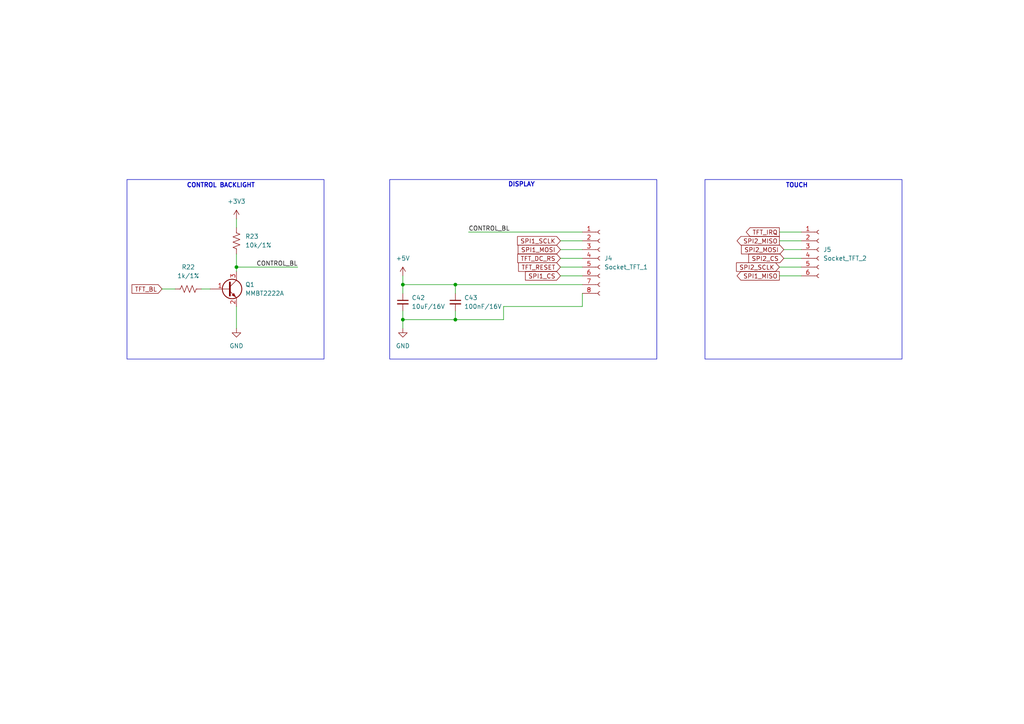
<source format=kicad_sch>
(kicad_sch (version 20231120) (generator "eeschema") (generator_version "8.0")
  (paper "A4")
  (title_block (title "ILI9341") (date "2024-03-08"))
  (lib_symbols
    (symbol "Connector:Conn_01x06_Socket" (pin_names (offset 1.016) hide)
      (property "Reference" "J" (at 0 7.62 0))
      (property "Value" "Conn_01x06_Socket" (at 0 -10.16 0))
      (symbol "Conn_01x06_Socket_1_1"
        (arc (start 0 -7.112) (mid -0.5058 -7.62) (end 0 -8.128) (stroke (width 0.1524)))
        (arc (start 0 -4.572) (mid -0.5058 -5.08) (end 0 -5.588) (stroke (width 0.1524)))
        (arc (start 0 -2.032) (mid -0.5058 -2.54) (end 0 -3.048) (stroke (width 0.1524)))
        (polyline (pts (xy -1.27 -7.62) (xy -0.508 -7.62)) (stroke (width 0.1524)))
        (polyline (pts (xy -1.27 -5.08) (xy -0.508 -5.08)) (stroke (width 0.1524)))
        (polyline (pts (xy -1.27 -2.54) (xy -0.508 -2.54)) (stroke (width 0.1524)))
        (polyline (pts (xy -1.27 0) (xy -0.508 0)) (stroke (width 0.1524)))
        (polyline (pts (xy -1.27 2.54) (xy -0.508 2.54)) (stroke (width 0.1524)))
        (polyline (pts (xy -1.27 5.08) (xy -0.508 5.08)) (stroke (width 0.1524)))
        (arc (start 0 0.508) (mid -0.5058 0) (end 0 -0.508) (stroke (width 0.1524)))
        (arc (start 0 3.048) (mid -0.5058 2.54) (end 0 2.032) (stroke (width 0.1524)))
        (arc (start 0 5.588) (mid -0.5058 5.08) (end 0 4.572) (stroke (width 0.1524)))
        (pin passive line (at -5.08 5.08 0) (length 3.81) (name "Pin_1") (number "1"))
        (pin passive line (at -5.08 2.54 0) (length 3.81) (name "Pin_2") (number "2"))
        (pin passive line (at -5.08 0 0) (length 3.81) (name "Pin_3") (number "3"))
        (pin passive line (at -5.08 -2.54 0) (length 3.81) (name "Pin_4") (number "4"))
        (pin passive line (at -5.08 -5.08 0) (length 3.81) (name "Pin_5") (number "5"))
        (pin passive line (at -5.08 -7.62 0) (length 3.81) (name "Pin_6") (number "6"))
      )
    )
    (symbol "Connector:Conn_01x08_Socket" (pin_names (offset 1.016) hide)
      (property "Reference" "J" (at 0 10.16 0))
      (property "Value" "Conn_01x08_Socket" (at 0 -12.7 0))
      (symbol "Conn_01x08_Socket_1_1"
        (arc (start 0 -9.652) (mid -0.5058 -10.16) (end 0 -10.668) (stroke (width 0.1524)))
        (arc (start 0 -7.112) (mid -0.5058 -7.62) (end 0 -8.128) (stroke (width 0.1524)))
        (arc (start 0 -4.572) (mid -0.5058 -5.08) (end 0 -5.588) (stroke (width 0.1524)))
        (arc (start 0 -2.032) (mid -0.5058 -2.54) (end 0 -3.048) (stroke (width 0.1524)))
        (polyline (pts (xy -1.27 -10.16) (xy -0.508 -10.16)) (stroke (width 0.1524)))
        (polyline (pts (xy -1.27 -7.62) (xy -0.508 -7.62)) (stroke (width 0.1524)))
        (polyline (pts (xy -1.27 -5.08) (xy -0.508 -5.08)) (stroke (width 0.1524)))
        (polyline (pts (xy -1.27 -2.54) (xy -0.508 -2.54)) (stroke (width 0.1524)))
        (polyline (pts (xy -1.27 0) (xy -0.508 0)) (stroke (width 0.1524)))
        (polyline (pts (xy -1.27 2.54) (xy -0.508 2.54)) (stroke (width 0.1524)))
        (polyline (pts (xy -1.27 5.08) (xy -0.508 5.08)) (stroke (width 0.1524)))
        (polyline (pts (xy -1.27 7.62) (xy -0.508 7.62)) (stroke (width 0.1524)))
        (arc (start 0 0.508) (mid -0.5058 0) (end 0 -0.508) (stroke (width 0.1524)))
        (arc (start 0 3.048) (mid -0.5058 2.54) (end 0 2.032) (stroke (width 0.1524)))
        (arc (start 0 5.588) (mid -0.5058 5.08) (end 0 4.572) (stroke (width 0.1524)))
        (arc (start 0 8.128) (mid -0.5058 7.62) (end 0 7.112) (stroke (width 0.1524)))
        (pin passive line (at -5.08 7.62 0) (length 3.81) (name "Pin_1") (number "1"))
        (pin passive line (at -5.08 5.08 0) (length 3.81) (name "Pin_2") (number "2"))
        (pin passive line (at -5.08 2.54 0) (length 3.81) (name "Pin_3") (number "3"))
        (pin passive line (at -5.08 0 0) (length 3.81) (name "Pin_4") (number "4"))
        (pin passive line (at -5.08 -2.54 0) (length 3.81) (name "Pin_5") (number "5"))
        (pin passive line (at -5.08 -5.08 0) (length 3.81) (name "Pin_6") (number "6"))
        (pin passive line (at -5.08 -7.62 0) (length 3.81) (name "Pin_7") (number "7"))
        (pin passive line (at -5.08 -10.16 0) (length 3.81) (name "Pin_8") (number "8"))
      )
    )
    (symbol "Device:C_Small" (pin_numbers hide) (pin_names (offset 0.254) hide)
      (property "Reference" "C" (at 0.254 1.778 0))
      (property "Value" "C_Small" (at 0.254 -2.032 0))
      (symbol "C_Small_0_1"
        (polyline (pts (xy -1.524 -0.508) (xy 1.524 -0.508)) (stroke (width 0.3302)))
        (polyline (pts (xy -1.524 0.508) (xy 1.524 0.508)) (stroke (width 0.3048)))
      )
      (symbol "C_Small_1_1"
        (pin passive line (at 0 2.54 270) (length 2.032) (name "~") (number "1"))
        (pin passive line (at 0 -2.54 90) (length 2.032) (name "~") (number "2"))
      )
    )
    (symbol "Device:R_US" (pin_numbers hide) (pin_names (offset 0))
      (property "Reference" "R" (at 2.54 0 90))
      (property "Value" "R_US" (at -2.54 0 90))
      (symbol "R_US_0_1"
        (polyline (pts (xy 0 -2.286) (xy 0 -2.54)))
        (polyline (pts (xy 0 2.286) (xy 0 2.54)))
        (polyline (pts (xy 0 -0.762) (xy 1.016 -1.143) (xy 0 -1.524) (xy -1.016 -1.905) (xy 0 -2.286)))
        (polyline (pts (xy 0 0.762) (xy 1.016 0.381) (xy 0 0) (xy -1.016 -0.381) (xy 0 -0.762)))
        (polyline (pts (xy 0 2.286) (xy 1.016 1.905) (xy 0 1.524) (xy -1.016 1.143) (xy 0 0.762)))
      )
      (symbol "R_US_1_1"
        (pin passive line (at 0 3.81 270) (length 1.27) (name "~") (number "1"))
        (pin passive line (at 0 -3.81 90) (length 1.27) (name "~") (number "2"))
      )
    )
    (symbol "MMBT2222A:MMBT2222A" (pin_names (offset 1.016))
      (property "Reference" "Q" (at 5.08 2.54 0))
      (property "Value" "MMBT2222A" (at 7.62 0 0))
      (symbol "MMBT2222A_0_1"
        (polyline (pts (xy 1.905 0.635) (xy 3.81 2.54)))
        (polyline (pts (xy 1.905 -0.635) (xy 3.81 -2.54) (xy 3.81 -2.54)))
        (polyline (pts (xy 1.905 1.905) (xy 1.905 -1.905) (xy 1.905 -1.905)) (stroke (width 0.508)))
        (polyline (pts (xy 2.54 -1.778) (xy 3.048 -1.27) (xy 3.556 -2.286) (xy 2.54 -1.778) (xy 2.54 -1.778)) (fill (type outline)))
        (circle (center 2.54 0) (radius 2.8194) (stroke (width 0.254)))
      )
      (symbol "MMBT2222A_1_1"
        (pin passive line (at -3.81 0 0) (length 5.715) (name "") (number "1"))
        (pin passive line (at 3.81 -5.08 90) (length 2.54) (name "") (number "2"))
        (pin passive line (at 3.81 5.08 270) (length 2.54) (name "") (number "3"))
      )
    )
    (symbol "power:+3V3" (power) (pin_names (offset 0))
      (property "Value" "+3V3" (at 0 3.556 0))
      (symbol "+3V3_0_1"
        (polyline (pts (xy -0.762 1.27) (xy 0 2.54)))
        (polyline (pts (xy 0 0) (xy 0 2.54)))
        (polyline (pts (xy 0 2.54) (xy 0.762 1.27)))
      )
      (symbol "+3V3_1_1"
        (pin power_in line (at 0 0 90) (length 0) hide (name "+3V3") (number "1"))
      )
    )
    (symbol "power:+5V" (power) (pin_names (offset 0))
      (property "Value" "+5V" (at 0 3.556 0))
      (symbol "+5V_0_1"
        (polyline (pts (xy -0.762 1.27) (xy 0 2.54)))
        (polyline (pts (xy 0 0) (xy 0 2.54)))
        (polyline (pts (xy 0 2.54) (xy 0.762 1.27)))
      )
      (symbol "+5V_1_1"
        (pin power_in line (at 0 0 90) (length 0) hide (name "+5V") (number "1"))
      )
    )
    (symbol "power:GND" (power) (pin_names (offset 0))
      (property "Value" "GND" (at 0 -3.81 0))
      (symbol "GND_0_1"
        (polyline (pts (xy 0 0) (xy 0 -1.27) (xy 1.27 -1.27) (xy 0 -2.54) (xy -1.27 -1.27) (xy 0 -1.27)))
      )
      (symbol "GND_1_1"
        (pin power_in line (at 0 0 270) (length 0) hide (name "GND") (number "1"))
      )
    )
  )
  (junction (at 68.58 77.47))
  (junction (at 116.84 82.55))
  (junction (at 116.84 92.71))
  (junction (at 132.08 82.55))
  (junction (at 132.08 92.71))
  (wire (pts (xy 68.58 63.5) (xy 68.58 66.04)))
  (wire (pts (xy 116.84 80.01) (xy 116.84 82.55)))
  (wire (pts (xy 162.56 69.85) (xy 168.91 69.85)))
  (wire (pts (xy 116.84 92.71) (xy 116.84 95.25)))
  (wire (pts (xy 227.33 72.39) (xy 232.41 72.39)))
  (wire (pts (xy 168.91 82.55) (xy 132.08 82.55)))
  (wire (pts (xy 226.06 80.01) (xy 232.41 80.01)))
  (wire (pts (xy 116.84 90.17) (xy 116.84 92.71)))
  (wire (pts (xy 162.56 77.47) (xy 168.91 77.47)))
  (wire (pts (xy 162.56 74.93) (xy 168.91 74.93)))
  (wire (pts (xy 227.33 74.93) (xy 232.41 74.93)))
  (wire (pts (xy 132.08 82.55) (xy 132.08 85.09)))
  (wire (pts (xy 68.58 77.47) (xy 68.58 78.74)))
  (wire (pts (xy 132.08 92.71) (xy 132.08 90.17)))
  (wire (pts (xy 226.06 69.85) (xy 232.41 69.85)))
  (wire (pts (xy 68.58 73.66) (xy 68.58 77.47)))
  (wire (pts (xy 146.05 88.9) (xy 146.05 92.71)))
  (wire (pts (xy 116.84 82.55) (xy 116.84 85.09)))
  (wire (pts (xy 46.99 83.82) (xy 50.8 83.82)))
  (wire (pts (xy 68.58 88.9) (xy 68.58 95.25)))
  (wire (pts (xy 68.58 77.47) (xy 86.36 77.47)))
  (wire (pts (xy 146.05 92.71) (xy 132.08 92.71)))
  (wire (pts (xy 162.56 80.01) (xy 168.91 80.01)))
  (wire (pts (xy 58.42 83.82) (xy 60.96 83.82)))
  (wire (pts (xy 116.84 92.71) (xy 132.08 92.71)))
  (wire (pts (xy 226.06 67.31) (xy 232.41 67.31)))
  (wire (pts (xy 135.89 67.31) (xy 168.91 67.31)))
  (wire (pts (xy 226.06 77.47) (xy 232.41 77.47)))
  (wire (pts (xy 162.56 72.39) (xy 168.91 72.39)))
  (wire (pts (xy 132.08 82.55) (xy 116.84 82.55)))
  (wire (pts (xy 168.91 88.9) (xy 146.05 88.9)))
  (wire (pts (xy 168.91 85.09) (xy 168.91 88.9)))
  (rectangle (start 113.03 52.07) (end 190.5 104.14))
  (rectangle (start 204.47 52.07) (end 261.62 104.14))
  (rectangle (start 36.83 52.07) (end 93.98 104.14))
  (text "TOUCH" (at 227.838 54.61 0) (effects (font (size 1.27 1.27) (thickness 0.254) (bold yes)) (justify left bottom)))
  (text "DISPLAY" (at 147.32 54.356 0) (effects (font (size 1.27 1.27) (thickness 0.254) (bold yes)) (justify left bottom)))
  (text "CONTROL BACKLIGHT" (at 54.102 54.61 0) (effects (font (size 1.27 1.27) (thickness 0.254) (bold yes)) (justify left bottom)))
  (label "CONTROL_BL" (at 86.36 77.47 180))
  (label "CONTROL_BL" (at 135.89 67.31 0))
  (global_label "TFT_IRQ" (shape output) (at 226.06 67.31 180) (property "Intersheetrefs" "${INTERSHEET_REFS}" (effects (hide yes))))
  (global_label "TFT_DC_RS" (shape input) (at 162.56 74.93 180) (property "Intersheetrefs" "${INTERSHEET_REFS}" (effects (hide yes))))
  (global_label "TFT_BL" (shape input) (at 46.99 83.82 180) (property "Intersheetrefs" "${INTERSHEET_REFS}" (effects (hide yes))))
  (global_label "SPI1_MOSI" (shape input) (at 162.56 72.39 180) (property "Intersheetrefs" "${INTERSHEET_REFS}" (effects (hide yes))))
  (global_label "TFT_RESET" (shape input) (at 162.56 77.47 180) (property "Intersheetrefs" "${INTERSHEET_REFS}" (effects (hide yes))))
  (global_label "SPI2_CS" (shape input) (at 227.33 74.93 180) (property "Intersheetrefs" "${INTERSHEET_REFS}" (effects (hide yes))))
  (global_label "SPI2_MOSI" (shape input) (at 227.33 72.39 180) (property "Intersheetrefs" "${INTERSHEET_REFS}" (effects (hide yes))))
  (global_label "SPI1_MISO" (shape output) (at 226.06 80.01 180) (property "Intersheetrefs" "${INTERSHEET_REFS}" (effects (hide yes))))
  (global_label "SPI1_SCLK" (shape input) (at 162.56 69.85 180) (property "Intersheetrefs" "${INTERSHEET_REFS}" (effects (hide yes))))
  (global_label "SPI2_SCLK" (shape input) (at 226.06 77.47 180) (property "Intersheetrefs" "${INTERSHEET_REFS}" (effects (hide yes))))
  (global_label "SPI2_MISO" (shape output) (at 226.06 69.85 180) (property "Intersheetrefs" "${INTERSHEET_REFS}" (effects (hide yes))))
  (global_label "SPI1_CS" (shape input) (at 162.56 80.01 180) (property "Intersheetrefs" "${INTERSHEET_REFS}" (effects (hide yes))))
  (symbol (lib_id "Device:C_Small") (at 116.84 87.63 0) (unit 1)
    (property "Reference" "C42" (at 119.38 86.3663 0) (effects (justify left)))
    (property "Value" "10uF/16V" (at 119.38 88.9063 0) (effects (justify left)))
    (property "Footprint" "Capacitor_SMD:C_0603_1608Metric_Pad1.08x0.95mm_HandSolder" (effects (hide yes)))
    (property "URL" "https://www.thegioiic.com/tu-gom-0603-10uf-16v" (effects (hide yes)))
  )
  (symbol (lib_id "Connector:Conn_01x08_Socket") (at 173.99 74.93 0) (unit 1)
    (property "Reference" "J4" (at 175.26 74.93 0) (effects (justify left)))
    (property "Value" "Socket_TFT_1" (at 175.26 77.47 0) (effects (justify left)))
    (property "Footprint" "XH_2_54:au_XH_2.54mm_8_Chan_Dan_SMD_Nam_Ngang" (effects (hide yes)))
    (property "URL" "https://www.thegioiic.com/dau-xh-2-54mm-8-chan-dan-smd-nam-ngang" (effects (hide yes)))
  )
  (symbol (lib_id "Device:C_Small") (at 132.08 87.63 0) (unit 1)
    (property "Reference" "C43" (at 134.62 86.3663 0) (effects (justify left)))
    (property "Value" "100nF/16V" (at 134.62 88.9063 0) (effects (justify left)))
    (property "Footprint" "Capacitor_SMD:C_0603_1608Metric_Pad1.08x0.95mm_HandSolder" (effects (hide yes)))
    (property "URL" "https://www.thegioiic.com/tu-gom-0603-100nf-0-1uf-16v" (effects (hide yes)))
  )
  (symbol (lib_id "Device:R_US") (at 54.61 83.82 90) (unit 1)
    (property "Reference" "R22" (at 54.61 77.47 90))
    (property "Value" "1k/1%" (at 54.61 80.01 90))
    (property "Footprint" "Resistor_SMD:R_0603_1608Metric_Pad0.98x0.95mm_HandSolder" (effects (hide yes)))
    (property "URL" "https://www.thegioiic.com/dien-tro-1-kohm-0603-1-" (effects (hide yes)))
  )
  (symbol (lib_id "power:GND") (at 68.58 95.25 0) (unit 1)
    (property "Reference" "#PWR056" (effects (hide yes)))
    (property "Value" "GND" (at 68.58 100.33 0))
  )
  (symbol (lib_id "Device:R_US") (at 68.58 69.85 0) (unit 1)
    (property "Reference" "R23" (at 71.12 68.58 0) (effects (justify left)))
    (property "Value" "10k/1%" (at 71.12 71.12 0) (effects (justify left)))
    (property "Footprint" "Resistor_SMD:R_0603_1608Metric_Pad0.98x0.95mm_HandSolder" (effects (hide yes)))
    (property "URL" "https://www.thegioiic.com/dien-tro-10-kohm-0603-1-" (effects (hide yes)))
  )
  (symbol (lib_id "power:+5V") (at 116.84 80.01 0) (unit 1)
    (property "Reference" "#PWR057" (effects (hide yes)))
    (property "Value" "+5V" (at 116.84 74.93 0))
  )
  (symbol (lib_id "power:GND") (at 116.84 95.25 0) (unit 1)
    (property "Reference" "#PWR058" (effects (hide yes)))
    (property "Value" "GND" (at 116.84 100.33 0))
  )
  (symbol (lib_id "MMBT2222A:MMBT2222A") (at 64.77 83.82 0) (unit 1)
    (property "Reference" "Q1" (at 71.12 82.55 0) (effects (justify left)))
    (property "Value" "MMBT2222A" (at 71.12 85.09 0) (effects (justify left)))
    (property "Footprint" "MMBT2222A:SOT103P240X110-3N" (effects (hide yes)))
  )
  (symbol (lib_id "power:+3V3") (at 68.58 63.5 0) (unit 1)
    (property "Reference" "#PWR055" (effects (hide yes)))
    (property "Value" "+3V3" (at 68.58 58.42 0))
  )
  (symbol (lib_id "Connector:Conn_01x06_Socket") (at 237.49 72.39 0) (unit 1)
    (property "Reference" "J5" (at 238.76 72.39 0) (effects (justify left)))
    (property "Value" "Socket_TFT_2" (at 238.76 74.93 0) (effects (justify left)))
    (property "Footprint" "XH_2_54:au_XH_2.54mm_6_Chan_Dan_SMD_Nam_Ngang" (effects (hide yes)))
    (property "URL" "https://www.thegioiic.com/dau-xh-2-54mm-6-chan-dan-smd-nam-ngang" (effects (hide yes)))
  )
)
</source>
